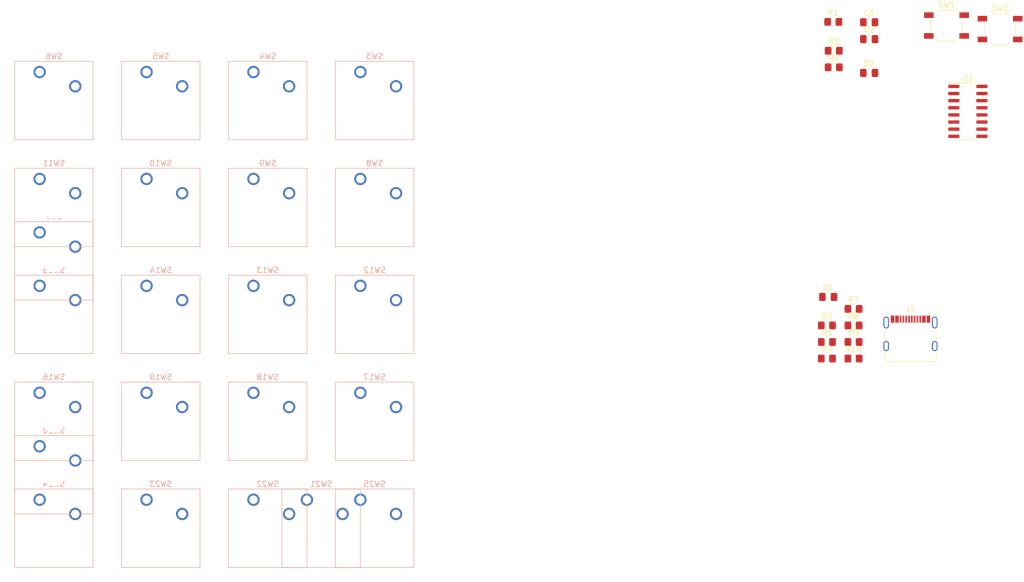
<source format=kicad_pcb>
(kicad_pcb (version 20221018) (generator pcbnew)
  (layers (0 "F.Cu" signal) (31 "B.Cu" signal) (34 "B.Paste" user) (35 "F.Paste" user) (36 "B.SilkS" user "B.Silkscreen") (37 "F.SilkS" user "F.Silkscreen") (38 "B.Mask" user) (39 "F.Mask" user) (44 "Edge.Cuts" user))
  (net 0 "")
  (net 1 "GND")
  (net 2 "Net-(U1-CAP)")
  (net 3 "VBUS")
  (net 4 "Net-(D1-K)")
  (net 5 "Net-(D2-K)")
  (net 6 "/USR_LED")
  (net 7 "Net-(J1-CC1)")
  (net 8 "D+")
  (net 9 "D-")
  (net 11 "Net-(J1-CC2)")
  (net 13 "Net-(R1-Pad1)")
  (net 14 "Net-(R5-Pad1)")
  (net 15 "Net-(U1-RST)")
  (net 16 "COL0")
  (net 17 "COL1")
  (net 18 "COL2")
  (net 19 "COL3")
  (net 20 "ROW4")
  (net 21 "ROW3")
  (net 22 "ROW2")
  (net 23 "ROW1")
  (net 24 "ROW0")
  (footprint "Resistor_SMD:R_0805_2012Metric_Pad1.20x1.40mm_HandSolder" (layer "F.Cu") (at 186.33 84.62)
    (fp_text reference "R3" (at 0 -1.65) (layer "F.SilkS"))
    (fp_text value "5.1k")
    (fp_line (start -0.227064 -0.735) (end 0.227064 -0.735) (stroke (width 0.12)) (layer "F.SilkS"))
    (fp_line (start -0.227064 0.735) (end 0.227064 0.735) (stroke (width 0.12)) (layer "F.SilkS"))
    (pad "1" smd roundrect (at -1 0) (size 1.2 1.4) (layers "F.Cu" "F.Paste" "F.Mask") (roundrect_rratio 0.208333) (net 11 "Net-(J1-CC2)"))
    (pad "2" smd roundrect (at 1 0) (size 1.2 1.4) (layers "F.Cu" "F.Paste" "F.Mask") (roundrect_rratio 0.208333) (net 1 "GND"))
  )
  (footprint "Capacitor_SMD:C_0805_2012Metric_Pad1.18x1.45mm_HandSolder" (layer "F.Cu") (at 186.5625 76.59)
    (fp_text reference "D1" (at 0 -1.68) (layer "F.SilkS"))
    (fp_text value "RED")
    (fp_line (start -0.261252 -0.735) (end 0.261252 -0.735) (stroke (width 0.12)) (layer "F.SilkS"))
    (fp_line (start -0.261252 0.735) (end 0.261252 0.735) (stroke (width 0.12)) (layer "F.SilkS"))
    (pad "1" smd roundrect (at -1.0375 0) (size 1.175 1.45) (layers "F.Cu" "F.Paste" "F.Mask") (roundrect_rratio 0.212766) (net 4 "Net-(D1-K)"))
    (pad "2" smd roundrect (at 1.0375 0) (size 1.175 1.45) (layers "F.Cu" "F.Paste" "F.Mask") (roundrect_rratio 0.212766) (net 3 "VBUS"))
  )
  (footprint "Resistor_SMD:R_0805_2012Metric_Pad1.20x1.40mm_HandSolder" (layer "F.Cu") (at 191.08 84.62)
    (fp_text reference "R9" (at 0 -1.65) (layer "F.SilkS"))
    (fp_text value "10k")
    (fp_line (start -0.227064 -0.735) (end 0.227064 -0.735) (stroke (width 0.12)) (layer "F.SilkS"))
    (fp_line (start -0.227064 0.735) (end 0.227064 0.735) (stroke (width 0.12)) (layer "F.SilkS"))
    (pad "1" smd roundrect (at -1 0) (size 1.2 1.4) (layers "F.Cu" "F.Paste" "F.Mask") (roundrect_rratio 0.208333) (net 18 "COL2"))
    (pad "2" smd roundrect (at 1 0) (size 1.2 1.4) (layers "F.Cu" "F.Paste" "F.Mask") (roundrect_rratio 0.208333) (net 3 "VBUS"))
  )
  (footprint "custom:SW_SPST_TS5216A" (layer "F.Cu") (at 217.19 28.915)
    (fp_text reference "SW2" (at 0 -3.75) (layer "F.SilkS"))
    (fp_text value "RESET")
    (fp_line (start -2.75 -1) (end -2.75 1) (stroke (width 0.12)) (layer "F.SilkS"))
    (fp_line (start -1.7 -2.3) (end -1.25 -2.75) (stroke (width 0.12)) (layer "F.SilkS"))
    (fp_line (start -1.7 2.3) (end -1.25 2.75) (stroke (width 0.12)) (layer "F.SilkS"))
    (fp_line (start -1.25 -2.75) (end 1.25 -2.75) (stroke (width 0.12)) (layer "F.SilkS"))
    (fp_line (start -1.25 2.75) (end 1.25 2.75) (stroke (width 0.12)) (layer "F.SilkS"))
    (fp_line (start 1.7 -2.3) (end 1.25 -2.75) (stroke (width 0.12)) (layer "F.SilkS"))
    (fp_line (start 1.7 2.3) (end 1.25 2.75) (stroke (width 0.12)) (layer "F.SilkS"))
    (fp_line (start 2.75 -1) (end 2.75 1) (stroke (width 0.12)) (layer "F.SilkS"))
    (pad "1" smd rect (at -3.15 -1.9) (size 1.7 1) (layers "F.Cu" "F.Paste" "F.Mask") (net 3 "VBUS"))
    (pad "1" smd rect (at 3.15 -1.9) (size 1.7 1) (layers "F.Cu" "F.Paste" "F.Mask") (net 3 "VBUS"))
    (pad "2" smd rect (at -3.15 1.8) (size 1.7 1) (layers "F.Cu" "F.Paste" "F.Mask") (net 14 "Net-(R5-Pad1)"))
    (pad "2" smd rect (at 3.15 1.8) (size 1.7 1) (layers "F.Cu" "F.Paste" "F.Mask") (net 14 "Net-(R5-Pad1)"))
  )
  (footprint "Capacitor_SMD:C_0805_2012Metric_Pad1.18x1.45mm_HandSolder" (layer "F.Cu") (at 193.8625 27.65)
    (fp_text reference "C1" (at 0 -1.68) (layer "F.SilkS"))
    (fp_text value "0.1u")
    (fp_line (start -0.261252 -0.735) (end 0.261252 -0.735) (stroke (width 0.12)) (layer "F.SilkS"))
    (fp_line (start -0.261252 0.735) (end 0.261252 0.735) (stroke (width 0.12)) (layer "F.SilkS"))
    (pad "1" smd roundrect (at -1.0375 0) (size 1.175 1.45) (layers "F.Cu" "F.Paste" "F.Mask") (roundrect_rratio 0.212766) (net 1 "GND"))
    (pad "2" smd roundrect (at 1.0375 0) (size 1.175 1.45) (layers "F.Cu" "F.Paste" "F.Mask") (roundrect_rratio 0.212766) (net 2 "Net-(U1-CAP)"))
  )
  (footprint "Resistor_SMD:R_0805_2012Metric_Pad1.20x1.40mm_HandSolder" (layer "F.Cu") (at 191.08 81.67)
    (fp_text reference "R8" (at 0 -1.65) (layer "F.SilkS"))
    (fp_text value "10k")
    (fp_line (start -0.227064 -0.735) (end 0.227064 -0.735) (stroke (width 0.12)) (layer "F.SilkS"))
    (fp_line (start -0.227064 0.735) (end 0.227064 0.735) (stroke (width 0.12)) (layer "F.SilkS"))
    (pad "1" smd roundrect (at -1 0) (size 1.2 1.4) (layers "F.Cu" "F.Paste" "F.Mask") (roundrect_rratio 0.208333) (net 17 "COL1"))
    (pad "2" smd roundrect (at 1 0) (size 1.2 1.4) (layers "F.Cu" "F.Paste" "F.Mask") (roundrect_rratio 0.208333) (net 3 "VBUS"))
  )
  (footprint "Package_SO:SOP-16_3.9x9.9mm_P1.27mm" (layer "F.Cu") (at 211.45 43.525)
    (fp_text reference "U1" (at 0 -5.9) (layer "F.SilkS"))
    (fp_text value "~")
    (fp_line (start 0 -5.06) (end -3.5 -5.06) (stroke (width 0.12)) (layer "F.SilkS"))
    (fp_line (start 0 -5.06) (end 1.95 -5.06) (stroke (width 0.12)) (layer "F.SilkS"))
    (fp_line (start 0 5.06) (end -1.95 5.06) (stroke (width 0.12)) (layer "F.SilkS"))
    (fp_line (start 0 5.06) (end 1.95 5.06) (stroke (width 0.12)) (layer "F.SilkS"))
    (pad "1" smd roundrect (at -2.5 -4.445) (size 2 0.6) (layers "F.Cu" "F.Paste" "F.Mask") (net 20 "ROW4"))
    (pad "2" smd roundrect (at -2.5 -3.175) (size 2 0.6) (layers "F.Cu" "F.Paste" "F.Mask") (net 6 "/USR_LED"))
    (pad "3" smd roundrect (at -2.5 -1.905) (size 2 0.6) (layers "F.Cu" "F.Paste" "F.Mask") (net 19 "COL3"))
    (pad "4" smd roundrect (at -2.5 -0.635) (size 2 0.6) (layers "F.Cu" "F.Paste" "F.Mask") (net 18 "COL2"))
    (pad "5" smd roundrect (at -2.5 0.635) (size 2 0.6) (layers "F.Cu" "F.Paste" "F.Mask") (net 17 "COL1"))
    (pad "6" smd roundrect (at -2.5 1.905) (size 2 0.6) (layers "F.Cu" "F.Paste" "F.Mask") (net 15 "Net-(U1-RST)"))
    (pad "7" smd roundrect (at -2.5 3.175) (size 2 0.6) (layers "F.Cu" "F.Paste" "F.Mask") (net 21 "ROW3"))
    (pad "8" smd roundrect (at -2.5 4.445) (size 2 0.6) (layers "F.Cu" "F.Paste" "F.Mask") (net 22 "ROW2"))
    (pad "9" smd roundrect (at 2.5 4.445) (size 2 0.6) (layers "F.Cu" "F.Paste" "F.Mask") (net 16 "COL0"))
    (pad "10" smd roundrect (at 2.5 3.175) (size 2 0.6) (layers "F.Cu" "F.Paste" "F.Mask") (net 24 "ROW0"))
    (pad "11" smd roundrect (at 2.5 1.905) (size 2 0.6) (layers "F.Cu" "F.Paste" "F.Mask") (net 23 "ROW1"))
    (pad "12" smd roundrect (at 2.5 0.635) (size 2 0.6) (layers "F.Cu" "F.Paste" "F.Mask") (net 8 "D+"))
    (pad "13" smd roundrect (at 2.5 -0.635) (size 2 0.6) (layers "F.Cu" "F.Paste" "F.Mask") (net 9 "D-"))
    (pad "14" smd roundrect (at 2.5 -1.905) (size 2 0.6) (layers "F.Cu" "F.Paste" "F.Mask") (net 1 "GND"))
    (pad "15" smd roundrect (at 2.5 -3.175) (size 2 0.6) (layers "F.Cu" "F.Paste" "F.Mask") (net 3 "VBUS"))
    (pad "16" smd roundrect (at 2.5 -4.445) (size 2 0.6) (layers "F.Cu" "F.Paste" "F.Mask") (net 2 "Net-(U1-CAP)"))
  )
  (footprint "Resistor_SMD:R_0805_2012Metric_Pad1.20x1.40mm_HandSolder" (layer "F.Cu") (at 187.55 32.73)
    (fp_text reference "R5" (at 0 -1.65) (layer "F.SilkS"))
    (fp_text value "10k")
    (fp_line (start -0.227064 -0.735) (end 0.227064 -0.735) (stroke (width 0.12)) (layer "F.SilkS"))
    (fp_line (start -0.227064 0.735) (end 0.227064 0.735) (stroke (width 0.12)) (layer "F.SilkS"))
    (pad "1" smd roundrect (at -1 0) (size 1.2 1.4) (layers "F.Cu" "F.Paste" "F.Mask") (roundrect_rratio 0.208333) (net 14 "Net-(R5-Pad1)"))
    (pad "2" smd roundrect (at 1 0) (size 1.2 1.4) (layers "F.Cu" "F.Paste" "F.Mask") (roundrect_rratio 0.208333) (net 15 "Net-(U1-RST)"))
  )
  (footprint "Resistor_SMD:R_0805_2012Metric_Pad1.20x1.40mm_HandSolder" (layer "F.Cu") (at 186.33 87.57)
    (fp_text reference "R4" (at 0 -1.65) (layer "F.SilkS"))
    (fp_text value "10k")
    (fp_line (start -0.227064 -0.735) (end 0.227064 -0.735) (stroke (width 0.12)) (layer "F.SilkS"))
    (fp_line (start -0.227064 0.735) (end 0.227064 0.735) (stroke (width 0.12)) (layer "F.SilkS"))
    (pad "1" smd roundrect (at -1 0) (size 1.2 1.4) (layers "F.Cu" "F.Paste" "F.Mask") (roundrect_rratio 0.208333) (net 4 "Net-(D1-K)"))
    (pad "2" smd roundrect (at 1 0) (size 1.2 1.4) (layers "F.Cu" "F.Paste" "F.Mask") (roundrect_rratio 0.208333) (net 1 "GND"))
  )
  (footprint "Capacitor_SMD:C_0805_2012Metric_Pad1.18x1.45mm_HandSolder" (layer "F.Cu") (at 193.8625 36.68)
    (fp_text reference "D2" (at 0 -1.68) (layer "F.SilkS"))
    (fp_text value "BLUE")
    (fp_line (start -0.261252 -0.735) (end 0.261252 -0.735) (stroke (width 0.12)) (layer "F.SilkS"))
    (fp_line (start -0.261252 0.735) (end 0.261252 0.735) (stroke (width 0.12)) (layer "F.SilkS"))
    (pad "1" smd roundrect (at -1.0375 0) (size 1.175 1.45) (layers "F.Cu" "F.Paste" "F.Mask") (roundrect_rratio 0.212766) (net 5 "Net-(D2-K)"))
    (pad "2" smd roundrect (at 1.0375 0) (size 1.175 1.45) (layers "F.Cu" "F.Paste" "F.Mask") (roundrect_rratio 0.212766) (net 6 "/USR_LED"))
  )
  (footprint "Resistor_SMD:R_0805_2012Metric_Pad1.20x1.40mm_HandSolder" (layer "F.Cu") (at 191.08 78.72)
    (fp_text reference "R7" (at 0 -1.65) (layer "F.SilkS"))
    (fp_text value "10k")
    (fp_line (start -0.227064 -0.735) (end 0.227064 -0.735) (stroke (width 0.12)) (layer "F.SilkS"))
    (fp_line (start -0.227064 0.735) (end 0.227064 0.735) (stroke (width 0.12)) (layer "F.SilkS"))
    (pad "1" smd roundrect (at -1 0) (size 1.2 1.4) (layers "F.Cu" "F.Paste" "F.Mask") (roundrect_rratio 0.208333) (net 16 "COL0"))
    (pad "2" smd roundrect (at 1 0) (size 1.2 1.4) (layers "F.Cu" "F.Paste" "F.Mask") (roundrect_rratio 0.208333) (net 3 "VBUS"))
  )
  (footprint "Resistor_SMD:R_0805_2012Metric_Pad1.20x1.40mm_HandSolder" (layer "F.Cu") (at 187.55 35.68)
    (fp_text reference "R6" (at 0 -1.65) (layer "F.SilkS"))
    (fp_text value "10k")
    (fp_line (start -0.227064 -0.735) (end 0.227064 -0.735) (stroke (width 0.12)) (layer "F.SilkS"))
    (fp_line (start -0.227064 0.735) (end 0.227064 0.735) (stroke (width 0.12)) (layer "F.SilkS"))
    (pad "1" smd roundrect (at -1 0) (size 1.2 1.4) (layers "F.Cu" "F.Paste" "F.Mask") (roundrect_rratio 0.208333) (net 5 "Net-(D2-K)"))
    (pad "2" smd roundrect (at 1 0) (size 1.2 1.4) (layers "F.Cu" "F.Paste" "F.Mask") (roundrect_rratio 0.208333) (net 1 "GND"))
  )
  (footprint "custom:SW_SPST_TS5216A" (layer "F.Cu") (at 207.64 28.285)
    (fp_text reference "SW1" (at 0 -3.75) (layer "F.SilkS"))
    (fp_text value "PROG")
    (fp_line (start -2.75 -1) (end -2.75 1) (stroke (width 0.12)) (layer "F.SilkS"))
    (fp_line (start -1.7 -2.3) (end -1.25 -2.75) (stroke (width 0.12)) (layer "F.SilkS"))
    (fp_line (start -1.7 2.3) (end -1.25 2.75) (stroke (width 0.12)) (layer "F.SilkS"))
    (fp_line (start -1.25 -2.75) (end 1.25 -2.75) (stroke (width 0.12)) (layer "F.SilkS"))
    (fp_line (start -1.25 2.75) (end 1.25 2.75) (stroke (width 0.12)) (layer "F.SilkS"))
    (fp_line (start 1.7 -2.3) (end 1.25 -2.75) (stroke (width 0.12)) (layer "F.SilkS"))
    (fp_line (start 1.7 2.3) (end 1.25 2.75) (stroke (width 0.12)) (layer "F.SilkS"))
    (fp_line (start 2.75 -1) (end 2.75 1) (stroke (width 0.12)) (layer "F.SilkS"))
    (pad "1" smd rect (at -3.15 -1.9) (size 1.7 1) (layers "F.Cu" "F.Paste" "F.Mask") (net 8 "D+"))
    (pad "1" smd rect (at 3.15 -1.9) (size 1.7 1) (layers "F.Cu" "F.Paste" "F.Mask") (net 8 "D+"))
    (pad "2" smd rect (at -3.15 1.8) (size 1.7 1) (layers "F.Cu" "F.Paste" "F.Mask") (net 13 "Net-(R1-Pad1)"))
    (pad "2" smd rect (at 3.15 1.8) (size 1.7 1) (layers "F.Cu" "F.Paste" "F.Mask") (net 13 "Net-(R1-Pad1)"))
  )
  (footprint "Resistor_SMD:R_0805_2012Metric_Pad1.20x1.40mm_HandSolder" (layer "F.Cu") (at 191.08 87.57)
    (fp_text reference "R10" (at 0 -1.65) (layer "F.SilkS"))
    (fp_text value "10k")
    (fp_line (start -0.227064 -0.735) (end 0.227064 -0.735) (stroke (width 0.12)) (layer "F.SilkS"))
    (fp_line (start -0.227064 0.735) (end 0.227064 0.735) (stroke (width 0.12)) (layer "F.SilkS"))
    (pad "1" smd roundrect (at -1 0) (size 1.2 1.4) (layers "F.Cu" "F.Paste" "F.Mask") (roundrect_rratio 0.208333) (net 19 "COL3"))
    (pad "2" smd roundrect (at 1 0) (size 1.2 1.4) (layers "F.Cu" "F.Paste" "F.Mask") (roundrect_rratio 0.208333) (net 3 "VBUS"))
  )
  (footprint "Connector_USB:USB_C_Receptacle_G-Switch_GT-USB-7010ASV" (layer "F.Cu") (at 201.22 84.275)
    (fp_text reference "J1" (at 0 -5.5) (layer "F.SilkS"))
    (fp_text value "USB-C")
    (fp_line (start -4.58 -1.85) (end -4.58 0.07) (stroke (width 0.12)) (layer "F.SilkS"))
    (fp_line (start -4.58 3.785) (end -4.58 2.08) (stroke (width 0.12)) (layer "F.SilkS"))
    (fp_line (start 4.58 0.07) (end 4.58 -1.85) (stroke (width 0.12)) (layer "F.SilkS"))
    (fp_line (start 4.58 2.08) (end 4.58 3.785) (stroke (width 0.12)) (layer "F.SilkS"))
    (fp_line (start 4.58 3.785) (end -4.58 3.785) (stroke (width 0.12)) (layer "F.SilkS"))
    (pad "" np_thru_hole circle (at -2.89 -2.605) (size 0.65 0.65) (drill 0.65) (layers "*.Cu" "*.Mask"))
    (pad "" np_thru_hole circle (at 2.89 -2.605) (size 0.65 0.65) (drill 0.65) (layers "*.Cu" "*.Mask"))
    (pad "A1" smd rect (at -3.2 -3.725) (size 0.6 1.24) (layers "F.Cu" "F.Paste" "F.Mask") (net 1 "GND"))
    (pad "A4" smd rect (at -2.4 -3.725) (size 0.6 1.24) (layers "F.Cu" "F.Paste" "F.Mask") (net 3 "VBUS"))
    (pad "A5" smd rect (at -1.25 -3.725) (size 0.3 1.24) (layers "F.Cu" "F.Paste" "F.Mask") (net 7 "Net-(J1-CC1)"))
    (pad "A6" smd rect (at -0.25 -3.725) (size 0.3 1.24) (layers "F.Cu" "F.Paste" "F.Mask") (net 8 "D+"))
    (pad "A7" smd rect (at 0.25 -3.725) (size 0.3 1.24) (layers "F.Cu" "F.Paste" "F.Mask") (net 9 "D-"))
    (pad "A8" smd rect (at 1.25 -3.725) (size 0.3 1.24) (layers "F.Cu" "F.Paste" "F.Mask"))
    (pad "A9" smd rect (at 2.4 -3.725) (size 0.6 1.24) (layers "F.Cu" "F.Paste" "F.Mask") (net 3 "VBUS"))
    (pad "A12" smd rect (at 3.2 -3.725) (size 0.6 1.24) (layers "F.Cu" "F.Paste" "F.Mask") (net 1 "GND"))
    (pad "B1" smd rect (at 3.2 -3.725) (size 0.6 1.24) (layers "F.Cu" "F.Paste" "F.Mask") (net 1 "GND"))
    (pad "B4" smd rect (at 2.4 -3.725) (size 0.6 1.24) (layers "F.Cu" "F.Paste" "F.Mask") (net 3 "VBUS"))
    (pad "B5" smd rect (at 1.75 -3.725) (size 0.3 1.24) (layers "F.Cu" "F.Paste" "F.Mask") (net 11 "Net-(J1-CC2)"))
    (pad "B6" smd rect (at 0.75 -3.725) (size 0.3 1.24) (layers "F.Cu" "F.Paste" "F.Mask") (net 8 "D+"))
    (pad "B7" smd rect (at -0.75 -3.725) (size 0.3 1.24) (layers "F.Cu" "F.Paste" "F.Mask") (net 9 "D-"))
    (pad "B8" smd rect (at -1.75 -3.725) (size 0.3 1.24) (layers "F.Cu" "F.Paste" "F.Mask"))
    (pad "B9" smd rect (at -2.4 -3.725) (size 0.6 1.24) (layers "F.Cu" "F.Paste" "F.Mask") (net 3 "VBUS"))
    (pad "B12" smd rect (at -3.2 -3.725) (size 0.6 1.24) (layers "F.Cu" "F.Paste" "F.Mask") (net 1 "GND"))
    (pad "S1" thru_hole oval (at -4.32 -3.125) (size 1 2.1) (drill oval 0.6 1.7) (layers "*.Cu" "*.Mask") (net 1 "GND"))
    (pad "S1" thru_hole oval (at -4.32 1.075) (size 1 1.8) (drill oval 0.6 1.4) (layers "*.Cu" "*.Mask") (net 1 "GND"))
    (pad "S1" thru_hole oval (at 4.32 -3.125) (size 1 2.1) (drill oval 0.6 1.7) (layers "*.Cu" "*.Mask") (net 1 "GND"))
    (pad "S1" thru_hole oval (at 4.32 1.075) (size 1 1.8) (drill oval 0.6 1.4) (layers "*.Cu" "*.Mask") (net 1 "GND"))
  )
  (footprint "Capacitor_SMD:C_0805_2012Metric_Pad1.18x1.45mm_HandSolder" (layer "F.Cu") (at 193.8625 30.66)
    (fp_text reference "C2" (at 0 -1.68) (layer "F.SilkS"))
    (fp_text value "0.1u")
    (fp_line (start -0.261252 -0.735) (end 0.261252 -0.735) (stroke (width 0.12)) (layer "F.SilkS"))
    (fp_line (start -0.261252 0.735) (end 0.261252 0.735) (stroke (width 0.12)) (layer "F.SilkS"))
    (pad "1" smd roundrect (at -1.0375 0) (size 1.175 1.45) (layers "F.Cu" "F.Paste" "F.Mask") (roundrect_rratio 0.212766) (net 3 "VBUS"))
    (pad "2" smd roundrect (at 1.0375 0) (size 1.175 1.45) (layers "F.Cu" "F.Paste" "F.Mask") (roundrect_rratio 0.212766) (net 1 "GND"))
  )
  (footprint "Resistor_SMD:R_0805_2012Metric_Pad1.20x1.40mm_HandSolder" (layer "F.Cu") (at 186.33 81.67)
    (fp_text reference "R2" (at 0 -1.65) (layer "F.SilkS"))
    (fp_text value "5.1k")
    (fp_line (start -0.227064 -0.735) (end 0.227064 -0.735) (stroke (width 0.12)) (layer "F.SilkS"))
    (fp_line (start -0.227064 0.735) (end 0.227064 0.735) (stroke (width 0.12)) (layer "F.SilkS"))
    (pad "1" smd roundrect (at -1 0) (size 1.2 1.4) (layers "F.Cu" "F.Paste" "F.Mask") (roundrect_rratio 0.208333) (net 7 "Net-(J1-CC1)"))
    (pad "2" smd roundrect (at 1 0) (size 1.2 1.4) (layers "F.Cu" "F.Paste" "F.Mask") (roundrect_rratio 0.208333) (net 1 "GND"))
  )
  (footprint "Resistor_SMD:R_0805_2012Metric_Pad1.20x1.40mm_HandSolder" (layer "F.Cu") (at 187.46 27.585)
    (fp_text reference "R1" (at 0 -1.65) (layer "F.SilkS"))
    (fp_text value "10k")
    (fp_line (start -0.227064 -0.735) (end 0.227064 -0.735) (stroke (width 0.12)) (layer "F.SilkS"))
    (fp_line (start -0.227064 0.735) (end 0.227064 0.735) (stroke (width 0.12)) (layer "F.SilkS"))
    (pad "1" smd roundrect (at -1 0) (size 1.2 1.4) (layers "F.Cu" "F.Paste" "F.Mask") (roundrect_rratio 0.208333) (net 13 "Net-(R1-Pad1)"))
    (pad "2" smd roundrect (at 1 0) (size 1.2 1.4) (layers "F.Cu" "F.Paste" "F.Mask") (roundrect_rratio 0.208333) (net 3 "VBUS"))
  )
  (footprint "Button_Switch_Keyboard:SW_Cherry_MX_1.00u_Plate" (layer "B.Cu") (at 65.11 112.72 180)
    (fp_text reference "SW23" (at -2.54 2.794) (layer "B.SilkS") (effects (justify mirror)))
    (fp_text value "[0,2]")
    (fp_line (start -9.525 -12.065) (end -9.525 1.905) (stroke (width 0.12)) (layer "B.SilkS"))
    (fp_line (start -9.525 1.905) (end 4.445 1.905) (stroke (width 0.12)) (layer "B.SilkS"))
    (fp_line (start 4.445 -12.065) (end -9.525 -12.065) (stroke (width 0.12)) (layer "B.SilkS"))
    (fp_line (start 4.445 1.905) (end 4.445 -12.065) (stroke (width 0.12)) (layer "B.SilkS"))
    (pad "" np_thru_hole circle (at -2.54 -5.08 180) (size 4 4) (drill 4) (layers "*.Cu" "*.Mask"))
    (pad "1" thru_hole circle (at 0 0 180) (size 2.2 2.2) (drill 1.5) (layers "*.Cu" "*.Mask") (net 18 "COL2"))
    (pad "2" thru_hole circle (at -6.35 -2.54 180) (size 2.2 2.2) (drill 1.5) (layers "*.Cu" "*.Mask") (net 24 "ROW0"))
  )
  (footprint "Button_Switch_Keyboard:SW_Cherry_MX_1.00u_Plate" (layer "B.Cu") (at 84.16 36.52 180)
    (fp_text reference "SW4" (at -2.54 2.794) (layer "B.SilkS") (effects (justify mirror)))
    (fp_text value "[4,1]")
    (fp_line (start -9.525 -12.065) (end -9.525 1.905) (stroke (width 0.12)) (layer "B.SilkS"))
    (fp_line (start -9.525 1.905) (end 4.445 1.905) (stroke (width 0.12)) (layer "B.SilkS"))
    (fp_line (start 4.445 -12.065) (end -9.525 -12.065) (stroke (width 0.12)) (layer "B.SilkS"))
    (fp_line (start 4.445 1.905) (end 4.445 -12.065) (stroke (width 0.12)) (layer "B.SilkS"))
    (pad "" np_thru_hole circle (at -2.54 -5.08 180) (size 4 4) (drill 4) (layers "*.Cu" "*.Mask"))
    (pad "1" thru_hole circle (at 0 0 180) (size 2.2 2.2) (drill 1.5) (layers "*.Cu" "*.Mask") (net 17 "COL1"))
    (pad "2" thru_hole circle (at -6.35 -2.54 180) (size 2.2 2.2) (drill 1.5) (layers "*.Cu" "*.Mask") (net 20 "ROW4"))
  )
  (footprint "Button_Switch_Keyboard:SW_Cherry_MX_1.00u_Plate" (layer "B.Cu") (at 84.16 74.62 180)
    (fp_text reference "SW13" (at -2.54 2.794) (layer "B.SilkS") (effects (justify mirror)))
    (fp_text value "[2,1]")
    (fp_line (start -9.525 -12.065) (end -9.525 1.905) (stroke (width 0.12)) (layer "B.SilkS"))
    (fp_line (start -9.525 1.905) (end 4.445 1.905) (stroke (width 0.12)) (layer "B.SilkS"))
    (fp_line (start 4.445 -12.065) (end -9.525 -12.065) (stroke (width 0.12)) (layer "B.SilkS"))
    (fp_line (start 4.445 1.905) (end 4.445 -12.065) (stroke (width 0.12)) (layer "B.SilkS"))
    (pad "" np_thru_hole circle (at -2.54 -5.08 180) (size 4 4) (drill 4) (layers "*.Cu" "*.Mask"))
    (pad "1" thru_hole circle (at 0 0 180) (size 2.2 2.2) (drill 1.5) (layers "*.Cu" "*.Mask") (net 17 "COL1"))
    (pad "2" thru_hole circle (at -6.35 -2.54 180) (size 2.2 2.2) (drill 1.5) (layers "*.Cu" "*.Mask") (net 22 "ROW2"))
  )
  (footprint "Button_Switch_Keyboard:SW_Cherry_MX_1.00u_Plate" (layer "B.Cu") (at 46.06 55.57 180)
    (fp_text reference "SW11" (at -2.54 2.794) (layer "B.SilkS") (effects (justify mirror)))
    (fp_text value "[3,3]")
    (fp_line (start -9.525 -12.065) (end -9.525 1.905) (stroke (width 0.12)) (layer "B.SilkS"))
    (fp_line (start -9.525 1.905) (end 4.445 1.905) (stroke (width 0.12)) (layer "B.SilkS"))
    (fp_line (start 4.445 -12.065) (end -9.525 -12.065) (stroke (width 0.12)) (layer "B.SilkS"))
    (fp_line (start 4.445 1.905) (end 4.445 -12.065) (stroke (width 0.12)) (layer "B.SilkS"))
    (pad "" np_thru_hole circle (at -2.54 -5.08 180) (size 4 4) (drill 4) (layers "*.Cu" "*.Mask"))
    (pad "1" thru_hole circle (at 0 0 180) (size 2.2 2.2) (drill 1.5) (layers "*.Cu" "*.Mask") (net 19 "COL3"))
    (pad "2" thru_hole circle (at -6.35 -2.54 180) (size 2.2 2.2) (drill 1.5) (layers "*.Cu" "*.Mask") (net 21 "ROW3"))
  )
  (footprint "Button_Switch_Keyboard:SW_Cherry_MX_1.00u_Plate" (layer "B.Cu") (at 65.11 55.57 180)
    (fp_text reference "SW10" (at -2.54 2.794) (layer "B.SilkS") (effects (justify mirror)))
    (fp_text value "[3,2]")
    (fp_line (start -9.525 -12.065) (end -9.525 1.905) (stroke (width 0.12)) (layer "B.SilkS"))
    (fp_line (start -9.525 1.905) (end 4.445 1.905) (stroke (width 0.12)) (layer "B.SilkS"))
    (fp_line (start 4.445 -12.065) (end -9.525 -12.065) (stroke (width 0.12)) (layer "B.SilkS"))
    (fp_line (start 4.445 1.905) (end 4.445 -12.065) (stroke (width 0.12)) (layer "B.SilkS"))
    (pad "" np_thru_hole circle (at -2.54 -5.08 180) (size 4 4) (drill 4) (layers "*.Cu" "*.Mask"))
    (pad "1" thru_hole circle (at 0 0 180) (size 2.2 2.2) (drill 1.5) (layers "*.Cu" "*.Mask") (net 18 "COL2"))
    (pad "2" thru_hole circle (at -6.35 -2.54 180) (size 2.2 2.2) (drill 1.5) (layers "*.Cu" "*.Mask") (net 21 "ROW3"))
  )
  (footprint "Button_Switch_Keyboard:SW_Cherry_MX_1.00u_Plate" (layer "B.Cu") (at 46.06 36.52 180)
    (fp_text reference "SW6" (at -2.54 2.794) (layer "B.SilkS") (effects (justify mirror)))
    (fp_text value "[4,3]")
    (fp_line (start -9.525 -12.065) (end -9.525 1.905) (stroke (width 0.12)) (layer "B.SilkS"))
    (fp_line (start -9.525 1.905) (end 4.445 1.905) (stroke (width 0.12)) (layer "B.SilkS"))
    (fp_line (start 4.445 -12.065) (end -9.525 -12.065) (stroke (width 0.12)) (layer "B.SilkS"))
    (fp_line (start 4.445 1.905) (end 4.445 -12.065) (stroke (width 0.12)) (layer "B.SilkS"))
    (pad "" np_thru_hole circle (at -2.54 -5.08 180) (size 4 4) (drill 4) (layers "*.Cu" "*.Mask"))
    (pad "1" thru_hole circle (at 0 0 180) (size 2.2 2.2) (drill 1.5) (layers "*.Cu" "*.Mask") (net 19 "COL3"))
    (pad "2" thru_hole circle (at -6.35 -2.54 180) (size 2.2 2.2) (drill 1.5) (layers "*.Cu" "*.Mask") (net 20 "ROW4"))
  )
  (footprint "Button_Switch_Keyboard:SW_Cherry_MX_1.00u_Plate" (layer "B.Cu") (at 84.16 112.72 180)
    (fp_text reference "SW22" (at -2.54 2.794) (layer "B.SilkS") (effects (justify mirror)))
    (fp_text value "[0,1]")
    (fp_line (start -9.525 -12.065) (end -9.525 1.905) (stroke (width 0.12)) (layer "B.SilkS"))
    (fp_line (start -9.525 1.905) (end 4.445 1.905) (stroke (width 0.12)) (layer "B.SilkS"))
    (fp_line (start 4.445 -12.065) (end -9.525 -12.065) (stroke (width 0.12)) (layer "B.SilkS"))
    (fp_line (start 4.445 1.905) (end 4.445 -12.065) (stroke (width 0.12)) (layer "B.SilkS"))
    (pad "" np_thru_hole circle (at -2.54 -5.08 180) (size 4 4) (drill 4) (layers "*.Cu" "*.Mask"))
    (pad "1" thru_hole circle (at 0 0 180) (size 2.2 2.2) (drill 1.5) (layers "*.Cu" "*.Mask") (net 17 "COL1"))
    (pad "2" thru_hole circle (at -6.35 -2.54 180) (size 2.2 2.2) (drill 1.5) (layers "*.Cu" "*.Mask") (net 24 "ROW0"))
  )
  (footprint "Button_Switch_Keyboard:SW_Cherry_MX_1.00u_Plate" (layer "B.Cu") (at 65.11 93.67 180)
    (fp_text reference "SW19" (at -2.54 2.794) (layer "B.SilkS") (effects (justify mirror)))
    (fp_text value "[1,2]")
    (fp_line (start -9.525 -12.065) (end -9.525 1.905) (stroke (width 0.12)) (layer "B.SilkS"))
    (fp_line (start -9.525 1.905) (end 4.445 1.905) (stroke (width 0.12)) (layer "B.SilkS"))
    (fp_line (start 4.445 -12.065) (end -9.525 -12.065) (stroke (width 0.12)) (layer "B.SilkS"))
    (fp_line (start 4.445 1.905) (end 4.445 -12.065) (stroke (width 0.12)) (layer "B.SilkS"))
    (pad "" np_thru_hole circle (at -2.54 -5.08 180) (size 4 4) (drill 4) (layers "*.Cu" "*.Mask"))
    (pad "1" thru_hole circle (at 0 0 180) (size 2.2 2.2) (drill 1.5) (layers "*.Cu" "*.Mask") (net 18 "COL2"))
    (pad "2" thru_hole circle (at -6.35 -2.54 180) (size 2.2 2.2) (drill 1.5) (layers "*.Cu" "*.Mask") (net 23 "ROW1"))
  )
  (footprint "Button_Switch_Keyboard:SW_Cherry_MX_1.00u_Plate" (layer "B.Cu") (at 103.21 74.62 180)
    (fp_text reference "SW12" (at -2.54 2.794) (layer "B.SilkS") (effects (justify mirror)))
    (fp_text value "[2,0]")
    (fp_line (start -9.525 -12.065) (end -9.525 1.905) (stroke (width 0.12)) (layer "B.SilkS"))
    (fp_line (start -9.525 1.905) (end 4.445 1.905) (stroke (width 0.12)) (layer "B.SilkS"))
    (fp_line (start 4.445 -12.065) (end -9.525 -12.065) (stroke (width 0.12)) (layer "B.SilkS"))
    (fp_line (start 4.445 1.905) (end 4.445 -12.065) (stroke (width 0.12)) (layer "B.SilkS"))
    (pad "" np_thru_hole circle (at -2.54 -5.08 180) (size 4 4) (drill 4) (layers "*.Cu" "*.Mask"))
    (pad "1" thru_hole circle (at 0 0 180) (size 2.2 2.2) (drill 1.5) (layers "*.Cu" "*.Mask") (net 16 "COL0"))
    (pad "2" thru_hole circle (at -6.35 -2.54 180) (size 2.2 2.2) (drill 1.5) (layers "*.Cu" "*.Mask") (net 22 "ROW2"))
  )
  (footprint "Button_Switch_Keyboard:SW_Cherry_MX_1.00u_Plate" (layer "B.Cu") (at 103.21 93.67 180)
    (fp_text reference "SW17" (at -2.54 2.794) (layer "B.SilkS") (effects (justify mirror)))
    (fp_text value "[1,0]")
    (fp_line (start -9.525 -12.065) (end -9.525 1.905) (stroke (width 0.12)) (layer "B.SilkS"))
    (fp_line (start -9.525 1.905) (end 4.445 1.905) (stroke (width 0.12)) (layer "B.SilkS"))
    (fp_line (start 4.445 -12.065) (end -9.525 -12.065) (stroke (width 0.12)) (layer "B.SilkS"))
    (fp_line (start 4.445 1.905) (end 4.445 -12.065) (stroke (width 0.12)) (layer "B.SilkS"))
    (pad "" np_thru_hole circle (at -2.54 -5.08 180) (size 4 4) (drill 4) (layers "*.Cu" "*.Mask"))
    (pad "1" thru_hole circle (at 0 0 180) (size 2.2 2.2) (drill 1.5) (layers "*.Cu" "*.Mask") (net 16 "COL0"))
    (pad "2" thru_hole circle (at -6.35 -2.54 180) (size 2.2 2.2) (drill 1.5) (layers "*.Cu" "*.Mask") (net 23 "ROW1"))
  )
  (footprint "Button_Switch_Keyboard:SW_Cherry_MX_1.00u_Plate" (layer "B.Cu") (at 46.06 93.67 180)
    (fp_text reference "SW16" (at -2.54 2.794) (layer "B.SilkS") (effects (justify mirror)))
    (fp_text value "[1,3]")
    (fp_line (start -9.525 -12.065) (end -9.525 1.905) (stroke (width 0.12)) (layer "B.SilkS"))
    (fp_line (start -9.525 1.905) (end 4.445 1.905) (stroke (width 0.12)) (layer "B.SilkS"))
    (fp_line (start 4.445 -12.065) (end -9.525 -12.065) (stroke (width 0.12)) (layer "B.SilkS"))
    (fp_line (start 4.445 1.905) (end 4.445 -12.065) (stroke (width 0.12)) (layer "B.SilkS"))
    (pad "" np_thru_hole circle (at -2.54 -5.08 180) (size 4 4) (drill 4) (layers "*.Cu" "*.Mask"))
    (pad "1" thru_hole circle (at 0 0 180) (size 2.2 2.2) (drill 1.5) (layers "*.Cu" "*.Mask") (net 19 "COL3"))
    (pad "2" thru_hole circle (at -6.35 -2.54 180) (size 2.2 2.2) (drill 1.5) (layers "*.Cu" "*.Mask") (net 23 "ROW1"))
  )
  (footprint "Button_Switch_Keyboard:SW_Cherry_MX_1.00u_Plate" (layer "B.Cu") (at 46.06 103.195 180)
    (fp_text reference "SW20" (at -2.54 2.794) (layer "B.SilkS") (effects (justify mirror)))
    (fp_text value "[1,3]")
    (fp_line (start -9.525 -12.065) (end -9.525 1.905) (stroke (width 0.12)) (layer "B.SilkS"))
    (fp_line (start -9.525 1.905) (end 4.445 1.905) (stroke (width 0.12)) (layer "B.SilkS"))
    (fp_line (start 4.445 -12.065) (end -9.525 -12.065) (stroke (width 0.12)) (layer "B.SilkS"))
    (fp_line (start 4.445 1.905) (end 4.445 -12.065) (stroke (width 0.12)) (layer "B.SilkS"))
    (pad "" np_thru_hole circle (at -2.54 -5.08 180) (size 4 4) (drill 4) (layers "*.Cu" "*.Mask"))
    (pad "1" thru_hole circle (at 0 0 180) (size 2.2 2.2) (drill 1.5) (layers "*.Cu" "*.Mask") (net 19 "COL3"))
    (pad "2" thru_hole circle (at -6.35 -2.54 180) (size 2.2 2.2) (drill 1.5) (layers "*.Cu" "*.Mask") (net 23 "ROW1"))
  )
  (footprint "Button_Switch_Keyboard:SW_Cherry_MX_1.00u_Plate" (layer "B.Cu") (at 46.06 74.62 180)
    (fp_text reference "SW15" (at -2.54 2.794) (layer "B.SilkS") (effects (justify mirror)))
    (fp_text value "[2,3]")
    (fp_line (start -9.525 -12.065) (end -9.525 1.905) (stroke (width 0.12)) (layer "B.SilkS"))
    (fp_line (start -9.525 1.905) (end 4.445 1.905) (stroke (width 0.12)) (layer "B.SilkS"))
    (fp_line (start 4.445 -12.065) (end -9.525 -12.065) (stroke (width 0.12)) (layer "B.SilkS"))
    (fp_line (start 4.445 1.905) (end 4.445 -12.065) (stroke (width 0.12)) (layer "B.SilkS"))
    (pad "" np_thru_hole circle (at -2.54 -5.08 180) (size 4 4) (drill 4) (layers "*.Cu" "*.Mask"))
    (pad "1" thru_hole circle (at 0 0 180) (size 2.2 2.2) (drill 1.5) (layers "*.Cu" "*.Mask") (net 19 "COL3"))
    (pad "2" thru_hole circle (at -6.35 -2.54 180) (size 2.2 2.2) (drill 1.5) (layers "*.Cu" "*.Mask") (net 22 "ROW2"))
  )
  (footprint "Button_Switch_Keyboard:SW_Cherry_MX_1.00u_Plate" (layer "B.Cu") (at 46.06 112.72 180)
    (fp_text reference "SW24" (at -2.54 2.794) (layer "B.SilkS") (effects (justify mirror)))
    (fp_text value "[0,3]")
    (fp_line (start -9.525 -12.065) (end -9.525 1.905) (stroke (width 0.12)) (layer "B.SilkS"))
    (fp_line (start -9.525 1.905) (end 4.445 1.905) (stroke (width 0.12)) (layer "B.SilkS"))
    (fp_line (start 4.445 -12.065) (end -9.525 -12.065) (stroke (width 0.12)) (layer "B.SilkS"))
    (fp_line (start 4.445 1.905) (end 4.445 -12.065) (stroke (width 0.12)) (layer "B.SilkS"))
    (pad "" np_thru_hole circle (at -2.54 -5.08 180) (size 4 4) (drill 4) (layers "*.Cu" "*.Mask"))
    (pad "1" thru_hole circle (at 0 0 180) (size 2.2 2.2) (drill 1.5) (layers "*.Cu" "*.Mask") (net 19 "COL3"))
    (pad "2" thru_hole circle (at -6.35 -2.54 180) (size 2.2 2.2) (drill 1.5) (layers "*.Cu" "*.Mask") (net 24 "ROW0"))
  )
  (footprint "Button_Switch_Keyboard:SW_Cherry_MX_1.00u_Plate" (layer "B.Cu") (at 65.11 36.52 180)
    (fp_text reference "SW5" (at -2.54 2.794) (layer "B.SilkS") (effects (justify mirror)))
    (fp_text value "[4,2]")
    (fp_line (start -9.525 -12.065) (end -9.525 1.905) (stroke (width 0.12)) (layer "B.SilkS"))
    (fp_line (start -9.525 1.905) (end 4.445 1.905) (stroke (width 0.12)) (layer "B.SilkS"))
    (fp_line (start 4.445 -12.065) (end -9.525 -12.065) (stroke (width 0.12)) (layer "B.SilkS"))
    (fp_line (start 4.445 1.905) (end 4.445 -12.065) (stroke (width 0.12)) (layer "B.SilkS"))
    (pad "" np_thru_hole circle (at -2.54 -5.08 180) (size 4 4) (drill 4) (layers "*.Cu" "*.Mask"))
    (pad "1" thru_hole circle (at 0 0 180) (size 2.2 2.2) (drill 1.5) (layers "*.Cu" "*.Mask") (net 18 "COL2"))
    (pad "2" thru_hole circle (at -6.35 -2.54 180) (size 2.2 2.2) (drill 1.5) (layers "*.Cu" "*.Mask") (net 20 "ROW4"))
  )
  (footprint "Button_Switch_Keyboard:SW_Cherry_MX_1.00u_Plate" (layer "B.Cu") (at 84.16 93.67 180)
    (fp_text reference "SW18" (at -2.54 2.794) (layer "B.SilkS") (effects (justify mirror)))
    (fp_text value "[1,1]")
    (fp_line (start -9.525 -12.065) (end -9.525 1.905) (stroke (width 0.12)) (layer "B.SilkS"))
    (fp_line (start -9.525 1.905) (end 4.445 1.905) (stroke (width 0.12)) (layer "B.SilkS"))
    (fp_line (start 4.445 -12.065) (end -9.525 -12.065) (stroke (width 0.12)) (layer "B.SilkS"))
    (fp_line (start 4.445 1.905) (end 4.445 -12.065) (stroke (width 0.12)) (layer "B.SilkS"))
    (pad "" np_thru_hole circle (at -2.54 -5.08 180) (size 4 4) (drill 4) (layers "*.Cu" "*.Mask"))
    (pad "1" thru_hole circle (at 0 0 180) (size 2.2 2.2) (drill 1.5) (layers "*.Cu" "*.Mask") (net 17 "COL1"))
    (pad "2" thru_hole circle (at -6.35 -2.54 180) (size 2.2 2.2) (drill 1.5) (layers "*.Cu" "*.Mask") (net 23 "ROW1"))
  )
  (footprint "Button_Switch_Keyboard:SW_Cherry_MX_1.00u_Plate" (layer "B.Cu") (at 103.21 55.57 180)
    (fp_text reference "SW8" (at -2.54 2.794) (layer "B.SilkS") (effects (justify mirror)))
    (fp_text value "[3,0]")
    (fp_line (start -9.525 -12.065) (end -9.525 1.905) (stroke (width 0.12)) (layer "B.SilkS"))
    (fp_line (start -9.525 1.905) (end 4.445 1.905) (stroke (width 0.12)) (layer "B.SilkS"))
    (fp_line (start 4.445 -12.065) (end -9.525 -12.065) (stroke (width 0.12)) (layer "B.SilkS"))
    (fp_line (start 4.445 1.905) (end 4.445 -12.065) (stroke (width 0.12)) (layer "B.SilkS"))
    (pad "" np_thru_hole circle (at -2.54 -5.08 180) (size 4 4) (drill 4) (layers "*.Cu" "*.Mask"))
    (pad "1" thru_hole circle (at 0 0 180) (size 2.2 2.2) (drill 1.5) (layers "*.Cu" "*.Mask") (net 16 "COL0"))
    (pad "2" thru_hole circle (at -6.35 -2.54 180) (size 2.2 2.2) (drill 1.5) (layers "*.Cu" "*.Mask") (net 21 "ROW3"))
  )
  (footprint "Button_Switch_Keyboard:SW_Cherry_MX_1.00u_Plate" (layer "B.Cu") (at 46.06 65.095 180)
    (fp_text reference "SW7" (at -2.54 2.794) (layer "B.SilkS") (effects (justify mirror)))
    (fp_text value "[3,3]")
    (fp_line (start -9.525 -12.065) (end -9.525 1.905) (stroke (width 0.12)) (layer "B.SilkS"))
    (fp_line (start -9.525 1.905) (end 4.445 1.905) (stroke (width 0.12)) (layer "B.SilkS"))
    (fp_line (start 4.445 -12.065) (end -9.525 -12.065) (stroke (width 0.12)) (layer "B.SilkS"))
    (fp_line (start 4.445 1.905) (end 4.445 -12.065) (stroke (width 0.12)) (layer "B.SilkS"))
    (pad "" np_thru_hole circle (at -2.54 -5.08 180) (size 4 4) (drill 4) (layers "*.Cu" "*.Mask"))
    (pad "1" thru_hole circle (at 0 0 180) (size 2.2 2.2) (drill 1.5) (layers "*.Cu" "*.Mask") (net 19 "COL3"))
    (pad "2" thru_hole circle (at -6.35 -2.54 180) (size 2.2 2.2) (drill 1.5) (layers "*.Cu" "*.Mask") (net 21 "ROW3"))
  )
  (footprint "Button_Switch_Keyboard:SW_Cherry_MX_1.00u_Plate" (layer "B.Cu") (at 103.21 112.72 180)
    (fp_text reference "SW25" (at -2.54 2.794) (layer "B.SilkS") (effects (justify mirror)))
    (fp_text value "[0,0]")
    (fp_line (start -9.525 -12.065) (end -9.525 1.905) (stroke (width 0.12)) (layer "B.SilkS"))
    (fp_line (start -9.525 1.905) (end 4.445 1.905) (stroke (width 0.12)) (layer "B.SilkS"))
    (fp_line (start 4.445 -12.065) (end -9.525 -12.065) (stroke (width 0.12)) (layer "B.SilkS"))
    (fp_line (start 4.445 1.905) (end 4.445 -12.065) (stroke (width 0.12)) (layer "B.SilkS"))
    (pad "" np_thru_hole circle (at -2.54 -5.08 180) (size 4 4) (drill 4) (layers "*.Cu" "*.Mask"))
    (pad "1" thru_hole circle (at 0 0 180) (size 2.2 2.2) (drill 1.5) (layers "*.Cu" "*.Mask") (net 16 "COL0"))
    (pad "2" thru_hole circle (at -6.35 -2.54 180) (size 2.2 2.2) (drill 1.5) (layers "*.Cu" "*.Mask") (net 24 "ROW0"))
  )
  (footprint "Button_Switch_Keyboard:SW_Cherry_MX_1.00u_Plate" (layer "B.Cu") (at 84.16 55.57 180)
    (fp_text reference "SW9" (at -2.54 2.794) (layer "B.SilkS") (effects (justify mirror)))
    (fp_text value "[3,1]")
    (fp_line (start -9.525 -12.065) (end -9.525 1.905) (stroke (width 0.12)) (layer "B.SilkS"))
    (fp_line (start -9.525 1.905) (end 4.445 1.905) (stroke (width 0.12)) (layer "B.SilkS"))
    (fp_line (start 4.445 -12.065) (end -9.525 -12.065) (stroke (width 0.12)) (layer "B.SilkS"))
    (fp_line (start 4.445 1.905) (end 4.445 -12.065) (stroke (width 0.12)) (layer "B.SilkS"))
    (pad "" np_thru_hole circle (at -2.54 -5.08 180) (size 4 4) (drill 4) (layers "*.Cu" "*.Mask"))
    (pad "1" thru_hole circle (at 0 0 180) (size 2.2 2.2) (drill 1.5) (layers "*.Cu" "*.Mask") (net 17 "COL1"))
    (pad "2" thru_hole circle (at -6.35 -2.54 180) (size 2.2 2.2) (drill 1.5) (layers "*.Cu" "*.Mask") (net 21 "ROW3"))
  )
  (footprint "Button_Switch_Keyboard:SW_Cherry_MX_1.00u_Plate" (layer "B.Cu") (at 103.21 36.52 180)
    (fp_text reference "SW3" (at -2.54 2.794) (layer "B.SilkS") (effects (justify mirror)))
    (fp_text value "[4,0]")
    (fp_line (start -9.525 -12.065) (end -9.525 1.905) (stroke (width 0.12)) (layer "B.SilkS"))
    (fp_line (start -9.525 1.905) (end 4.445 1.905) (stroke (width 0.12)) (layer "B.SilkS"))
    (fp_line (start 4.445 -12.065) (end -9.525 -12.065) (stroke (width 0.12)) (layer "B.SilkS"))
    (fp_line (start 4.445 1.905) (end 4.445 -12.065) (stroke (width 0.12)) (layer "B.SilkS"))
    (pad "" np_thru_hole circle (at -2.54 -5.08 180) (size 4 4) (drill 4) (layers "*.Cu" "*.Mask"))
    (pad "1" thru_hole circle (at 0 0 180) (size 2.2 2.2) (drill 1.5) (layers "*.Cu" "*.Mask") (net 16 "COL0"))
    (pad "2" thru_hole circle (at -6.35 -2.54 180) (size 2.2 2.2) (drill 1.5) (layers "*.Cu" "*.Mask") (net 20 "ROW4"))
  )
  (footprint "Button_Switch_Keyboard:SW_Cherry_MX_1.00u_Plate" (layer "B.Cu") (at 65.11 74.62 180)
    (fp_text reference "SW14" (at -2.54 2.794) (layer "B.SilkS") (effects (justify mirror)))
    (fp_text value "[2,2]")
    (fp_line (start -9.525 -12.065) (end -9.525 1.905) (stroke (width 0.12)) (layer "B.SilkS"))
    (fp_line (start -9.525 1.905) (end 4.445 1.905) (stroke (width 0.12)) (layer "B.SilkS"))
    (fp_line (start 4.445 -12.065) (end -9.525 -12.065) (stroke (width 0.12)) (layer "B.SilkS"))
    (fp_line (start 4.445 1.905) (end 4.445 -12.065) (stroke (width 0.12)) (layer "B.SilkS"))
    (pad "" np_thru_hole circle (at -2.54 -5.08 180) (size 4 4) (drill 4) (layers "*.Cu" "*.Mask"))
    (pad "1" thru_hole circle (at 0 0 180) (size 2.2 2.2) (drill 1.5) (layers "*.Cu" "*.Mask") (net 18 "COL2"))
    (pad "2" thru_hole circle (at -6.35 -2.54 180) (size 2.2 2.2) (drill 1.5) (layers "*.Cu" "*.Mask") (net 22 "ROW2"))
  )
  (footprint "Button_Switch_Keyboard:SW_Cherry_MX_1.00u_Plate" (layer "B.Cu") (at 93.685 112.72 180)
    (fp_text reference "SW21" (at -2.54 2.794) (layer "B.SilkS") (effects (justify mirror)))
    (fp_text value "[0,0]")
    (fp_line (start -9.525 -12.065) (end -9.525 1.905) (stroke (width 0.12)) (layer "B.SilkS"))
    (fp_line (start -9.525 1.905) (end 4.445 1.905) (stroke (width 0.12)) (layer "B.SilkS"))
    (fp_line (start 4.445 -12.065) (end -9.525 -12.065) (stroke (width 0.12)) (layer "B.SilkS"))
    (fp_line (start 4.445 1.905) (end 4.445 -12.065) (stroke (width 0.12)) (layer "B.SilkS"))
    (pad "" np_thru_hole circle (at -2.54 -5.08 180) (size 4 4) (drill 4) (layers "*.Cu" "*.Mask"))
    (pad "1" thru_hole circle (at 0 0 180) (size 2.2 2.2) (drill 1.5) (layers "*.Cu" "*.Mask") (net 16 "COL0"))
    (pad "2" thru_hole circle (at -6.35 -2.54 180) (size 2.2 2.2) (drill 1.5) (layers "*.Cu" "*.Mask") (net 24 "ROW0"))
  )
)
</source>
